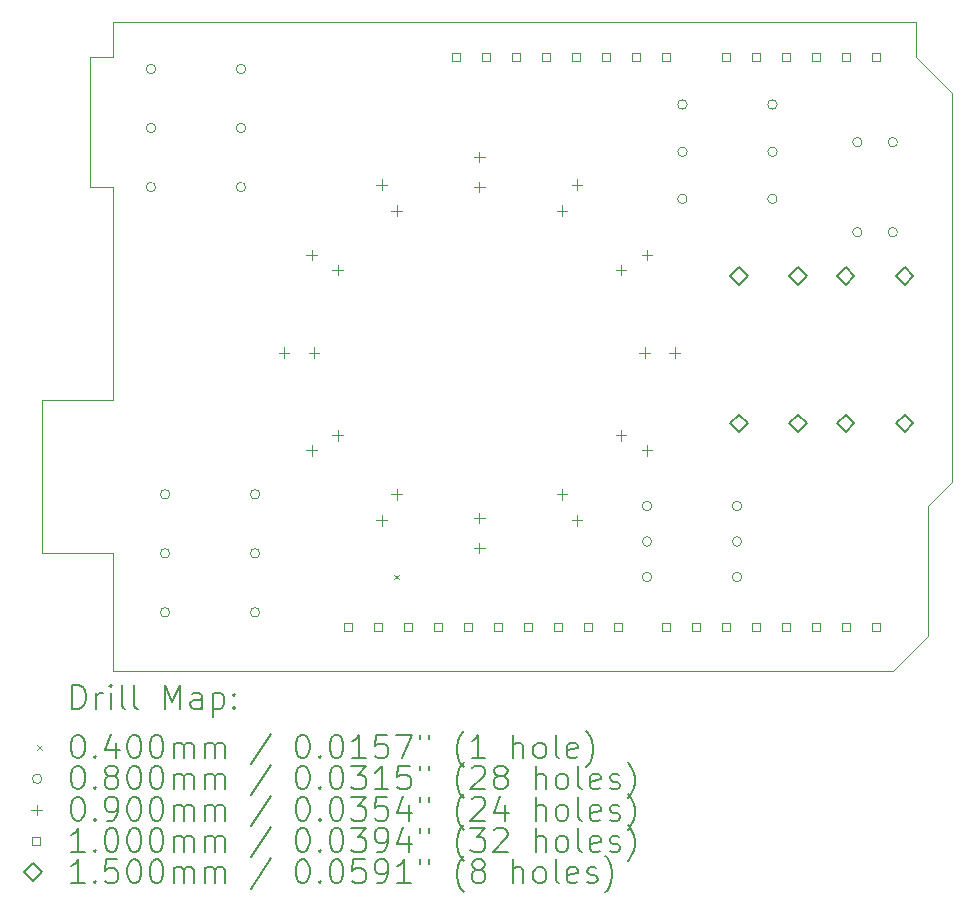
<source format=gbr>
%TF.GenerationSoftware,KiCad,Pcbnew,(6.0.7)*%
%TF.CreationDate,2022-08-22T17:31:40+09:00*%
%TF.ProjectId,LED_Roulette_Shield,4c45445f-526f-4756-9c65-7474655f5368,rev?*%
%TF.SameCoordinates,Original*%
%TF.FileFunction,Drillmap*%
%TF.FilePolarity,Positive*%
%FSLAX45Y45*%
G04 Gerber Fmt 4.5, Leading zero omitted, Abs format (unit mm)*
G04 Created by KiCad (PCBNEW (6.0.7)) date 2022-08-22 17:31:40*
%MOMM*%
%LPD*%
G01*
G04 APERTURE LIST*
%ADD10C,0.100000*%
%ADD11C,0.200000*%
%ADD12C,0.040000*%
%ADD13C,0.080000*%
%ADD14C,0.090000*%
%ADD15C,0.150000*%
G04 APERTURE END LIST*
D10*
X18200000Y-6300000D02*
X18300000Y-6300000D01*
X11500000Y-10900000D02*
X11500000Y-10800000D01*
X11300000Y-6600000D02*
X11300000Y-7700000D01*
X11500000Y-9500000D02*
X11500000Y-7700000D01*
X11500000Y-11800000D02*
X11500000Y-10900000D01*
X18600000Y-10200000D02*
X18400000Y-10400000D01*
X11300000Y-7700000D02*
X11500000Y-7700000D01*
X18300000Y-6600000D02*
X18500000Y-6800000D01*
X11500000Y-6300000D02*
X18200000Y-6300000D01*
X18600000Y-6900000D02*
X18600000Y-10200000D01*
X11400000Y-6600000D02*
X11300000Y-6600000D01*
X11500000Y-6600000D02*
X11500000Y-6300000D01*
X18500000Y-6800000D02*
X18600000Y-6900000D01*
X18100000Y-11800000D02*
X11500000Y-11800000D01*
X18300000Y-6300000D02*
X18300000Y-6600000D01*
X10900000Y-9500000D02*
X11500000Y-9500000D01*
X11400000Y-6600000D02*
X11500000Y-6600000D01*
X18400000Y-11500000D02*
X18100000Y-11800000D01*
X18400000Y-10400000D02*
X18400000Y-11500000D01*
X11500000Y-10800000D02*
X10900000Y-10800000D01*
X10900000Y-10800000D02*
X10900000Y-9500000D01*
D11*
D12*
X13880000Y-10980000D02*
X13920000Y-11020000D01*
X13920000Y-10980000D02*
X13880000Y-11020000D01*
D13*
X11859000Y-6700000D02*
G75*
G03*
X11859000Y-6700000I-40000J0D01*
G01*
X11859000Y-7200000D02*
G75*
G03*
X11859000Y-7200000I-40000J0D01*
G01*
X11859000Y-7700000D02*
G75*
G03*
X11859000Y-7700000I-40000J0D01*
G01*
X11978000Y-10300000D02*
G75*
G03*
X11978000Y-10300000I-40000J0D01*
G01*
X11978000Y-10800000D02*
G75*
G03*
X11978000Y-10800000I-40000J0D01*
G01*
X11978000Y-11300000D02*
G75*
G03*
X11978000Y-11300000I-40000J0D01*
G01*
X12621000Y-6700000D02*
G75*
G03*
X12621000Y-6700000I-40000J0D01*
G01*
X12621000Y-7200000D02*
G75*
G03*
X12621000Y-7200000I-40000J0D01*
G01*
X12621000Y-7700000D02*
G75*
G03*
X12621000Y-7700000I-40000J0D01*
G01*
X12740000Y-10300000D02*
G75*
G03*
X12740000Y-10300000I-40000J0D01*
G01*
X12740000Y-10800000D02*
G75*
G03*
X12740000Y-10800000I-40000J0D01*
G01*
X12740000Y-11300000D02*
G75*
G03*
X12740000Y-11300000I-40000J0D01*
G01*
X16059000Y-10400000D02*
G75*
G03*
X16059000Y-10400000I-40000J0D01*
G01*
X16059000Y-10700000D02*
G75*
G03*
X16059000Y-10700000I-40000J0D01*
G01*
X16059000Y-11000000D02*
G75*
G03*
X16059000Y-11000000I-40000J0D01*
G01*
X16359000Y-7000000D02*
G75*
G03*
X16359000Y-7000000I-40000J0D01*
G01*
X16359000Y-7400000D02*
G75*
G03*
X16359000Y-7400000I-40000J0D01*
G01*
X16359000Y-7800000D02*
G75*
G03*
X16359000Y-7800000I-40000J0D01*
G01*
X16821000Y-10400000D02*
G75*
G03*
X16821000Y-10400000I-40000J0D01*
G01*
X16821000Y-10700000D02*
G75*
G03*
X16821000Y-10700000I-40000J0D01*
G01*
X16821000Y-11000000D02*
G75*
G03*
X16821000Y-11000000I-40000J0D01*
G01*
X17121000Y-7000000D02*
G75*
G03*
X17121000Y-7000000I-40000J0D01*
G01*
X17121000Y-7400000D02*
G75*
G03*
X17121000Y-7400000I-40000J0D01*
G01*
X17121000Y-7800000D02*
G75*
G03*
X17121000Y-7800000I-40000J0D01*
G01*
X17840000Y-7319000D02*
G75*
G03*
X17840000Y-7319000I-40000J0D01*
G01*
X17840000Y-8081000D02*
G75*
G03*
X17840000Y-8081000I-40000J0D01*
G01*
X18140000Y-7319000D02*
G75*
G03*
X18140000Y-7319000I-40000J0D01*
G01*
X18140000Y-8081000D02*
G75*
G03*
X18140000Y-8081000I-40000J0D01*
G01*
D14*
X12946000Y-9055000D02*
X12946000Y-9145000D01*
X12901000Y-9100000D02*
X12991000Y-9100000D01*
X13180029Y-8228000D02*
X13180029Y-8318000D01*
X13135029Y-8273000D02*
X13225029Y-8273000D01*
X13180029Y-9882000D02*
X13180029Y-9972000D01*
X13135029Y-9927000D02*
X13225029Y-9927000D01*
X13200000Y-9055000D02*
X13200000Y-9145000D01*
X13155000Y-9100000D02*
X13245000Y-9100000D01*
X13400000Y-8355000D02*
X13400000Y-8445000D01*
X13355000Y-8400000D02*
X13445000Y-8400000D01*
X13400000Y-9755000D02*
X13400000Y-9845000D01*
X13355000Y-9800000D02*
X13445000Y-9800000D01*
X13773000Y-7635029D02*
X13773000Y-7725029D01*
X13728000Y-7680029D02*
X13818000Y-7680029D01*
X13773000Y-10474971D02*
X13773000Y-10564971D01*
X13728000Y-10519971D02*
X13818000Y-10519971D01*
X13900000Y-7855000D02*
X13900000Y-7945000D01*
X13855000Y-7900000D02*
X13945000Y-7900000D01*
X13900000Y-10255000D02*
X13900000Y-10345000D01*
X13855000Y-10300000D02*
X13945000Y-10300000D01*
X14600000Y-7401000D02*
X14600000Y-7491000D01*
X14555000Y-7446000D02*
X14645000Y-7446000D01*
X14600000Y-7655000D02*
X14600000Y-7745000D01*
X14555000Y-7700000D02*
X14645000Y-7700000D01*
X14600000Y-10455000D02*
X14600000Y-10545000D01*
X14555000Y-10500000D02*
X14645000Y-10500000D01*
X14600000Y-10709000D02*
X14600000Y-10799000D01*
X14555000Y-10754000D02*
X14645000Y-10754000D01*
X15300000Y-7855000D02*
X15300000Y-7945000D01*
X15255000Y-7900000D02*
X15345000Y-7900000D01*
X15300000Y-10255000D02*
X15300000Y-10345000D01*
X15255000Y-10300000D02*
X15345000Y-10300000D01*
X15427000Y-7635029D02*
X15427000Y-7725029D01*
X15382000Y-7680029D02*
X15472000Y-7680029D01*
X15427000Y-10474971D02*
X15427000Y-10564971D01*
X15382000Y-10519971D02*
X15472000Y-10519971D01*
X15800000Y-8355000D02*
X15800000Y-8445000D01*
X15755000Y-8400000D02*
X15845000Y-8400000D01*
X15800000Y-9755000D02*
X15800000Y-9845000D01*
X15755000Y-9800000D02*
X15845000Y-9800000D01*
X16000000Y-9055000D02*
X16000000Y-9145000D01*
X15955000Y-9100000D02*
X16045000Y-9100000D01*
X16019970Y-8228000D02*
X16019970Y-8318000D01*
X15974970Y-8273000D02*
X16064970Y-8273000D01*
X16019970Y-9882000D02*
X16019970Y-9972000D01*
X15974970Y-9927000D02*
X16064970Y-9927000D01*
X16254000Y-9055000D02*
X16254000Y-9145000D01*
X16209000Y-9100000D02*
X16299000Y-9100000D01*
D10*
X13521356Y-11461356D02*
X13521356Y-11390644D01*
X13450644Y-11390644D01*
X13450644Y-11461356D01*
X13521356Y-11461356D01*
X13775356Y-11461356D02*
X13775356Y-11390644D01*
X13704644Y-11390644D01*
X13704644Y-11461356D01*
X13775356Y-11461356D01*
X14029356Y-11461356D02*
X14029356Y-11390644D01*
X13958644Y-11390644D01*
X13958644Y-11461356D01*
X14029356Y-11461356D01*
X14283356Y-11461356D02*
X14283356Y-11390644D01*
X14212644Y-11390644D01*
X14212644Y-11461356D01*
X14283356Y-11461356D01*
X14435356Y-6635356D02*
X14435356Y-6564644D01*
X14364644Y-6564644D01*
X14364644Y-6635356D01*
X14435356Y-6635356D01*
X14537356Y-11461356D02*
X14537356Y-11390644D01*
X14466644Y-11390644D01*
X14466644Y-11461356D01*
X14537356Y-11461356D01*
X14689356Y-6635356D02*
X14689356Y-6564644D01*
X14618644Y-6564644D01*
X14618644Y-6635356D01*
X14689356Y-6635356D01*
X14791356Y-11461356D02*
X14791356Y-11390644D01*
X14720644Y-11390644D01*
X14720644Y-11461356D01*
X14791356Y-11461356D01*
X14943356Y-6635356D02*
X14943356Y-6564644D01*
X14872644Y-6564644D01*
X14872644Y-6635356D01*
X14943356Y-6635356D01*
X15045356Y-11461356D02*
X15045356Y-11390644D01*
X14974644Y-11390644D01*
X14974644Y-11461356D01*
X15045356Y-11461356D01*
X15197356Y-6635356D02*
X15197356Y-6564644D01*
X15126644Y-6564644D01*
X15126644Y-6635356D01*
X15197356Y-6635356D01*
X15299356Y-11461356D02*
X15299356Y-11390644D01*
X15228644Y-11390644D01*
X15228644Y-11461356D01*
X15299356Y-11461356D01*
X15451356Y-6635356D02*
X15451356Y-6564644D01*
X15380644Y-6564644D01*
X15380644Y-6635356D01*
X15451356Y-6635356D01*
X15553356Y-11461356D02*
X15553356Y-11390644D01*
X15482644Y-11390644D01*
X15482644Y-11461356D01*
X15553356Y-11461356D01*
X15705356Y-6635356D02*
X15705356Y-6564644D01*
X15634644Y-6564644D01*
X15634644Y-6635356D01*
X15705356Y-6635356D01*
X15807356Y-11461356D02*
X15807356Y-11390644D01*
X15736644Y-11390644D01*
X15736644Y-11461356D01*
X15807356Y-11461356D01*
X15959356Y-6635356D02*
X15959356Y-6564644D01*
X15888644Y-6564644D01*
X15888644Y-6635356D01*
X15959356Y-6635356D01*
X16213356Y-6635356D02*
X16213356Y-6564644D01*
X16142644Y-6564644D01*
X16142644Y-6635356D01*
X16213356Y-6635356D01*
X16213356Y-11461356D02*
X16213356Y-11390644D01*
X16142644Y-11390644D01*
X16142644Y-11461356D01*
X16213356Y-11461356D01*
X16467356Y-11461356D02*
X16467356Y-11390644D01*
X16396644Y-11390644D01*
X16396644Y-11461356D01*
X16467356Y-11461356D01*
X16721356Y-6635356D02*
X16721356Y-6564644D01*
X16650644Y-6564644D01*
X16650644Y-6635356D01*
X16721356Y-6635356D01*
X16721356Y-11461356D02*
X16721356Y-11390644D01*
X16650644Y-11390644D01*
X16650644Y-11461356D01*
X16721356Y-11461356D01*
X16975356Y-6635356D02*
X16975356Y-6564644D01*
X16904644Y-6564644D01*
X16904644Y-6635356D01*
X16975356Y-6635356D01*
X16975356Y-11461356D02*
X16975356Y-11390644D01*
X16904644Y-11390644D01*
X16904644Y-11461356D01*
X16975356Y-11461356D01*
X17229356Y-6635356D02*
X17229356Y-6564644D01*
X17158644Y-6564644D01*
X17158644Y-6635356D01*
X17229356Y-6635356D01*
X17229356Y-11461356D02*
X17229356Y-11390644D01*
X17158644Y-11390644D01*
X17158644Y-11461356D01*
X17229356Y-11461356D01*
X17483356Y-6635356D02*
X17483356Y-6564644D01*
X17412644Y-6564644D01*
X17412644Y-6635356D01*
X17483356Y-6635356D01*
X17483356Y-11461356D02*
X17483356Y-11390644D01*
X17412644Y-11390644D01*
X17412644Y-11461356D01*
X17483356Y-11461356D01*
X17737356Y-6635356D02*
X17737356Y-6564644D01*
X17666644Y-6564644D01*
X17666644Y-6635356D01*
X17737356Y-6635356D01*
X17737356Y-11461356D02*
X17737356Y-11390644D01*
X17666644Y-11390644D01*
X17666644Y-11461356D01*
X17737356Y-11461356D01*
X17991356Y-6635356D02*
X17991356Y-6564644D01*
X17920644Y-6564644D01*
X17920644Y-6635356D01*
X17991356Y-6635356D01*
X17991356Y-11461356D02*
X17991356Y-11390644D01*
X17920644Y-11390644D01*
X17920644Y-11461356D01*
X17991356Y-11461356D01*
D15*
X16800000Y-8525000D02*
X16875000Y-8450000D01*
X16800000Y-8375000D01*
X16725000Y-8450000D01*
X16800000Y-8525000D01*
X16800000Y-9775000D02*
X16875000Y-9700000D01*
X16800000Y-9625000D01*
X16725000Y-9700000D01*
X16800000Y-9775000D01*
X17300000Y-8525000D02*
X17375000Y-8450000D01*
X17300000Y-8375000D01*
X17225000Y-8450000D01*
X17300000Y-8525000D01*
X17300000Y-9775000D02*
X17375000Y-9700000D01*
X17300000Y-9625000D01*
X17225000Y-9700000D01*
X17300000Y-9775000D01*
X17700000Y-8525000D02*
X17775000Y-8450000D01*
X17700000Y-8375000D01*
X17625000Y-8450000D01*
X17700000Y-8525000D01*
X17700000Y-9775000D02*
X17775000Y-9700000D01*
X17700000Y-9625000D01*
X17625000Y-9700000D01*
X17700000Y-9775000D01*
X18200000Y-8525000D02*
X18275000Y-8450000D01*
X18200000Y-8375000D01*
X18125000Y-8450000D01*
X18200000Y-8525000D01*
X18200000Y-9775000D02*
X18275000Y-9700000D01*
X18200000Y-9625000D01*
X18125000Y-9700000D01*
X18200000Y-9775000D01*
D11*
X11152619Y-12115476D02*
X11152619Y-11915476D01*
X11200238Y-11915476D01*
X11228809Y-11925000D01*
X11247857Y-11944048D01*
X11257381Y-11963095D01*
X11266905Y-12001190D01*
X11266905Y-12029762D01*
X11257381Y-12067857D01*
X11247857Y-12086905D01*
X11228809Y-12105952D01*
X11200238Y-12115476D01*
X11152619Y-12115476D01*
X11352619Y-12115476D02*
X11352619Y-11982143D01*
X11352619Y-12020238D02*
X11362143Y-12001190D01*
X11371667Y-11991667D01*
X11390714Y-11982143D01*
X11409762Y-11982143D01*
X11476428Y-12115476D02*
X11476428Y-11982143D01*
X11476428Y-11915476D02*
X11466905Y-11925000D01*
X11476428Y-11934524D01*
X11485952Y-11925000D01*
X11476428Y-11915476D01*
X11476428Y-11934524D01*
X11600238Y-12115476D02*
X11581190Y-12105952D01*
X11571667Y-12086905D01*
X11571667Y-11915476D01*
X11705000Y-12115476D02*
X11685952Y-12105952D01*
X11676428Y-12086905D01*
X11676428Y-11915476D01*
X11933571Y-12115476D02*
X11933571Y-11915476D01*
X12000238Y-12058333D01*
X12066905Y-11915476D01*
X12066905Y-12115476D01*
X12247857Y-12115476D02*
X12247857Y-12010714D01*
X12238333Y-11991667D01*
X12219286Y-11982143D01*
X12181190Y-11982143D01*
X12162143Y-11991667D01*
X12247857Y-12105952D02*
X12228809Y-12115476D01*
X12181190Y-12115476D01*
X12162143Y-12105952D01*
X12152619Y-12086905D01*
X12152619Y-12067857D01*
X12162143Y-12048809D01*
X12181190Y-12039286D01*
X12228809Y-12039286D01*
X12247857Y-12029762D01*
X12343095Y-11982143D02*
X12343095Y-12182143D01*
X12343095Y-11991667D02*
X12362143Y-11982143D01*
X12400238Y-11982143D01*
X12419286Y-11991667D01*
X12428809Y-12001190D01*
X12438333Y-12020238D01*
X12438333Y-12077381D01*
X12428809Y-12096428D01*
X12419286Y-12105952D01*
X12400238Y-12115476D01*
X12362143Y-12115476D01*
X12343095Y-12105952D01*
X12524048Y-12096428D02*
X12533571Y-12105952D01*
X12524048Y-12115476D01*
X12514524Y-12105952D01*
X12524048Y-12096428D01*
X12524048Y-12115476D01*
X12524048Y-11991667D02*
X12533571Y-12001190D01*
X12524048Y-12010714D01*
X12514524Y-12001190D01*
X12524048Y-11991667D01*
X12524048Y-12010714D01*
D12*
X10855000Y-12425000D02*
X10895000Y-12465000D01*
X10895000Y-12425000D02*
X10855000Y-12465000D01*
D11*
X11190714Y-12335476D02*
X11209762Y-12335476D01*
X11228809Y-12345000D01*
X11238333Y-12354524D01*
X11247857Y-12373571D01*
X11257381Y-12411667D01*
X11257381Y-12459286D01*
X11247857Y-12497381D01*
X11238333Y-12516428D01*
X11228809Y-12525952D01*
X11209762Y-12535476D01*
X11190714Y-12535476D01*
X11171667Y-12525952D01*
X11162143Y-12516428D01*
X11152619Y-12497381D01*
X11143095Y-12459286D01*
X11143095Y-12411667D01*
X11152619Y-12373571D01*
X11162143Y-12354524D01*
X11171667Y-12345000D01*
X11190714Y-12335476D01*
X11343095Y-12516428D02*
X11352619Y-12525952D01*
X11343095Y-12535476D01*
X11333571Y-12525952D01*
X11343095Y-12516428D01*
X11343095Y-12535476D01*
X11524048Y-12402143D02*
X11524048Y-12535476D01*
X11476428Y-12325952D02*
X11428809Y-12468809D01*
X11552619Y-12468809D01*
X11666905Y-12335476D02*
X11685952Y-12335476D01*
X11705000Y-12345000D01*
X11714524Y-12354524D01*
X11724048Y-12373571D01*
X11733571Y-12411667D01*
X11733571Y-12459286D01*
X11724048Y-12497381D01*
X11714524Y-12516428D01*
X11705000Y-12525952D01*
X11685952Y-12535476D01*
X11666905Y-12535476D01*
X11647857Y-12525952D01*
X11638333Y-12516428D01*
X11628809Y-12497381D01*
X11619286Y-12459286D01*
X11619286Y-12411667D01*
X11628809Y-12373571D01*
X11638333Y-12354524D01*
X11647857Y-12345000D01*
X11666905Y-12335476D01*
X11857381Y-12335476D02*
X11876428Y-12335476D01*
X11895476Y-12345000D01*
X11905000Y-12354524D01*
X11914524Y-12373571D01*
X11924048Y-12411667D01*
X11924048Y-12459286D01*
X11914524Y-12497381D01*
X11905000Y-12516428D01*
X11895476Y-12525952D01*
X11876428Y-12535476D01*
X11857381Y-12535476D01*
X11838333Y-12525952D01*
X11828809Y-12516428D01*
X11819286Y-12497381D01*
X11809762Y-12459286D01*
X11809762Y-12411667D01*
X11819286Y-12373571D01*
X11828809Y-12354524D01*
X11838333Y-12345000D01*
X11857381Y-12335476D01*
X12009762Y-12535476D02*
X12009762Y-12402143D01*
X12009762Y-12421190D02*
X12019286Y-12411667D01*
X12038333Y-12402143D01*
X12066905Y-12402143D01*
X12085952Y-12411667D01*
X12095476Y-12430714D01*
X12095476Y-12535476D01*
X12095476Y-12430714D02*
X12105000Y-12411667D01*
X12124048Y-12402143D01*
X12152619Y-12402143D01*
X12171667Y-12411667D01*
X12181190Y-12430714D01*
X12181190Y-12535476D01*
X12276428Y-12535476D02*
X12276428Y-12402143D01*
X12276428Y-12421190D02*
X12285952Y-12411667D01*
X12305000Y-12402143D01*
X12333571Y-12402143D01*
X12352619Y-12411667D01*
X12362143Y-12430714D01*
X12362143Y-12535476D01*
X12362143Y-12430714D02*
X12371667Y-12411667D01*
X12390714Y-12402143D01*
X12419286Y-12402143D01*
X12438333Y-12411667D01*
X12447857Y-12430714D01*
X12447857Y-12535476D01*
X12838333Y-12325952D02*
X12666905Y-12583095D01*
X13095476Y-12335476D02*
X13114524Y-12335476D01*
X13133571Y-12345000D01*
X13143095Y-12354524D01*
X13152619Y-12373571D01*
X13162143Y-12411667D01*
X13162143Y-12459286D01*
X13152619Y-12497381D01*
X13143095Y-12516428D01*
X13133571Y-12525952D01*
X13114524Y-12535476D01*
X13095476Y-12535476D01*
X13076428Y-12525952D01*
X13066905Y-12516428D01*
X13057381Y-12497381D01*
X13047857Y-12459286D01*
X13047857Y-12411667D01*
X13057381Y-12373571D01*
X13066905Y-12354524D01*
X13076428Y-12345000D01*
X13095476Y-12335476D01*
X13247857Y-12516428D02*
X13257381Y-12525952D01*
X13247857Y-12535476D01*
X13238333Y-12525952D01*
X13247857Y-12516428D01*
X13247857Y-12535476D01*
X13381190Y-12335476D02*
X13400238Y-12335476D01*
X13419286Y-12345000D01*
X13428809Y-12354524D01*
X13438333Y-12373571D01*
X13447857Y-12411667D01*
X13447857Y-12459286D01*
X13438333Y-12497381D01*
X13428809Y-12516428D01*
X13419286Y-12525952D01*
X13400238Y-12535476D01*
X13381190Y-12535476D01*
X13362143Y-12525952D01*
X13352619Y-12516428D01*
X13343095Y-12497381D01*
X13333571Y-12459286D01*
X13333571Y-12411667D01*
X13343095Y-12373571D01*
X13352619Y-12354524D01*
X13362143Y-12345000D01*
X13381190Y-12335476D01*
X13638333Y-12535476D02*
X13524048Y-12535476D01*
X13581190Y-12535476D02*
X13581190Y-12335476D01*
X13562143Y-12364048D01*
X13543095Y-12383095D01*
X13524048Y-12392619D01*
X13819286Y-12335476D02*
X13724048Y-12335476D01*
X13714524Y-12430714D01*
X13724048Y-12421190D01*
X13743095Y-12411667D01*
X13790714Y-12411667D01*
X13809762Y-12421190D01*
X13819286Y-12430714D01*
X13828809Y-12449762D01*
X13828809Y-12497381D01*
X13819286Y-12516428D01*
X13809762Y-12525952D01*
X13790714Y-12535476D01*
X13743095Y-12535476D01*
X13724048Y-12525952D01*
X13714524Y-12516428D01*
X13895476Y-12335476D02*
X14028809Y-12335476D01*
X13943095Y-12535476D01*
X14095476Y-12335476D02*
X14095476Y-12373571D01*
X14171667Y-12335476D02*
X14171667Y-12373571D01*
X14466905Y-12611667D02*
X14457381Y-12602143D01*
X14438333Y-12573571D01*
X14428809Y-12554524D01*
X14419286Y-12525952D01*
X14409762Y-12478333D01*
X14409762Y-12440238D01*
X14419286Y-12392619D01*
X14428809Y-12364048D01*
X14438333Y-12345000D01*
X14457381Y-12316428D01*
X14466905Y-12306905D01*
X14647857Y-12535476D02*
X14533571Y-12535476D01*
X14590714Y-12535476D02*
X14590714Y-12335476D01*
X14571667Y-12364048D01*
X14552619Y-12383095D01*
X14533571Y-12392619D01*
X14885952Y-12535476D02*
X14885952Y-12335476D01*
X14971667Y-12535476D02*
X14971667Y-12430714D01*
X14962143Y-12411667D01*
X14943095Y-12402143D01*
X14914524Y-12402143D01*
X14895476Y-12411667D01*
X14885952Y-12421190D01*
X15095476Y-12535476D02*
X15076428Y-12525952D01*
X15066905Y-12516428D01*
X15057381Y-12497381D01*
X15057381Y-12440238D01*
X15066905Y-12421190D01*
X15076428Y-12411667D01*
X15095476Y-12402143D01*
X15124048Y-12402143D01*
X15143095Y-12411667D01*
X15152619Y-12421190D01*
X15162143Y-12440238D01*
X15162143Y-12497381D01*
X15152619Y-12516428D01*
X15143095Y-12525952D01*
X15124048Y-12535476D01*
X15095476Y-12535476D01*
X15276428Y-12535476D02*
X15257381Y-12525952D01*
X15247857Y-12506905D01*
X15247857Y-12335476D01*
X15428809Y-12525952D02*
X15409762Y-12535476D01*
X15371667Y-12535476D01*
X15352619Y-12525952D01*
X15343095Y-12506905D01*
X15343095Y-12430714D01*
X15352619Y-12411667D01*
X15371667Y-12402143D01*
X15409762Y-12402143D01*
X15428809Y-12411667D01*
X15438333Y-12430714D01*
X15438333Y-12449762D01*
X15343095Y-12468809D01*
X15505000Y-12611667D02*
X15514524Y-12602143D01*
X15533571Y-12573571D01*
X15543095Y-12554524D01*
X15552619Y-12525952D01*
X15562143Y-12478333D01*
X15562143Y-12440238D01*
X15552619Y-12392619D01*
X15543095Y-12364048D01*
X15533571Y-12345000D01*
X15514524Y-12316428D01*
X15505000Y-12306905D01*
D13*
X10895000Y-12709000D02*
G75*
G03*
X10895000Y-12709000I-40000J0D01*
G01*
D11*
X11190714Y-12599476D02*
X11209762Y-12599476D01*
X11228809Y-12609000D01*
X11238333Y-12618524D01*
X11247857Y-12637571D01*
X11257381Y-12675667D01*
X11257381Y-12723286D01*
X11247857Y-12761381D01*
X11238333Y-12780428D01*
X11228809Y-12789952D01*
X11209762Y-12799476D01*
X11190714Y-12799476D01*
X11171667Y-12789952D01*
X11162143Y-12780428D01*
X11152619Y-12761381D01*
X11143095Y-12723286D01*
X11143095Y-12675667D01*
X11152619Y-12637571D01*
X11162143Y-12618524D01*
X11171667Y-12609000D01*
X11190714Y-12599476D01*
X11343095Y-12780428D02*
X11352619Y-12789952D01*
X11343095Y-12799476D01*
X11333571Y-12789952D01*
X11343095Y-12780428D01*
X11343095Y-12799476D01*
X11466905Y-12685190D02*
X11447857Y-12675667D01*
X11438333Y-12666143D01*
X11428809Y-12647095D01*
X11428809Y-12637571D01*
X11438333Y-12618524D01*
X11447857Y-12609000D01*
X11466905Y-12599476D01*
X11505000Y-12599476D01*
X11524048Y-12609000D01*
X11533571Y-12618524D01*
X11543095Y-12637571D01*
X11543095Y-12647095D01*
X11533571Y-12666143D01*
X11524048Y-12675667D01*
X11505000Y-12685190D01*
X11466905Y-12685190D01*
X11447857Y-12694714D01*
X11438333Y-12704238D01*
X11428809Y-12723286D01*
X11428809Y-12761381D01*
X11438333Y-12780428D01*
X11447857Y-12789952D01*
X11466905Y-12799476D01*
X11505000Y-12799476D01*
X11524048Y-12789952D01*
X11533571Y-12780428D01*
X11543095Y-12761381D01*
X11543095Y-12723286D01*
X11533571Y-12704238D01*
X11524048Y-12694714D01*
X11505000Y-12685190D01*
X11666905Y-12599476D02*
X11685952Y-12599476D01*
X11705000Y-12609000D01*
X11714524Y-12618524D01*
X11724048Y-12637571D01*
X11733571Y-12675667D01*
X11733571Y-12723286D01*
X11724048Y-12761381D01*
X11714524Y-12780428D01*
X11705000Y-12789952D01*
X11685952Y-12799476D01*
X11666905Y-12799476D01*
X11647857Y-12789952D01*
X11638333Y-12780428D01*
X11628809Y-12761381D01*
X11619286Y-12723286D01*
X11619286Y-12675667D01*
X11628809Y-12637571D01*
X11638333Y-12618524D01*
X11647857Y-12609000D01*
X11666905Y-12599476D01*
X11857381Y-12599476D02*
X11876428Y-12599476D01*
X11895476Y-12609000D01*
X11905000Y-12618524D01*
X11914524Y-12637571D01*
X11924048Y-12675667D01*
X11924048Y-12723286D01*
X11914524Y-12761381D01*
X11905000Y-12780428D01*
X11895476Y-12789952D01*
X11876428Y-12799476D01*
X11857381Y-12799476D01*
X11838333Y-12789952D01*
X11828809Y-12780428D01*
X11819286Y-12761381D01*
X11809762Y-12723286D01*
X11809762Y-12675667D01*
X11819286Y-12637571D01*
X11828809Y-12618524D01*
X11838333Y-12609000D01*
X11857381Y-12599476D01*
X12009762Y-12799476D02*
X12009762Y-12666143D01*
X12009762Y-12685190D02*
X12019286Y-12675667D01*
X12038333Y-12666143D01*
X12066905Y-12666143D01*
X12085952Y-12675667D01*
X12095476Y-12694714D01*
X12095476Y-12799476D01*
X12095476Y-12694714D02*
X12105000Y-12675667D01*
X12124048Y-12666143D01*
X12152619Y-12666143D01*
X12171667Y-12675667D01*
X12181190Y-12694714D01*
X12181190Y-12799476D01*
X12276428Y-12799476D02*
X12276428Y-12666143D01*
X12276428Y-12685190D02*
X12285952Y-12675667D01*
X12305000Y-12666143D01*
X12333571Y-12666143D01*
X12352619Y-12675667D01*
X12362143Y-12694714D01*
X12362143Y-12799476D01*
X12362143Y-12694714D02*
X12371667Y-12675667D01*
X12390714Y-12666143D01*
X12419286Y-12666143D01*
X12438333Y-12675667D01*
X12447857Y-12694714D01*
X12447857Y-12799476D01*
X12838333Y-12589952D02*
X12666905Y-12847095D01*
X13095476Y-12599476D02*
X13114524Y-12599476D01*
X13133571Y-12609000D01*
X13143095Y-12618524D01*
X13152619Y-12637571D01*
X13162143Y-12675667D01*
X13162143Y-12723286D01*
X13152619Y-12761381D01*
X13143095Y-12780428D01*
X13133571Y-12789952D01*
X13114524Y-12799476D01*
X13095476Y-12799476D01*
X13076428Y-12789952D01*
X13066905Y-12780428D01*
X13057381Y-12761381D01*
X13047857Y-12723286D01*
X13047857Y-12675667D01*
X13057381Y-12637571D01*
X13066905Y-12618524D01*
X13076428Y-12609000D01*
X13095476Y-12599476D01*
X13247857Y-12780428D02*
X13257381Y-12789952D01*
X13247857Y-12799476D01*
X13238333Y-12789952D01*
X13247857Y-12780428D01*
X13247857Y-12799476D01*
X13381190Y-12599476D02*
X13400238Y-12599476D01*
X13419286Y-12609000D01*
X13428809Y-12618524D01*
X13438333Y-12637571D01*
X13447857Y-12675667D01*
X13447857Y-12723286D01*
X13438333Y-12761381D01*
X13428809Y-12780428D01*
X13419286Y-12789952D01*
X13400238Y-12799476D01*
X13381190Y-12799476D01*
X13362143Y-12789952D01*
X13352619Y-12780428D01*
X13343095Y-12761381D01*
X13333571Y-12723286D01*
X13333571Y-12675667D01*
X13343095Y-12637571D01*
X13352619Y-12618524D01*
X13362143Y-12609000D01*
X13381190Y-12599476D01*
X13514524Y-12599476D02*
X13638333Y-12599476D01*
X13571667Y-12675667D01*
X13600238Y-12675667D01*
X13619286Y-12685190D01*
X13628809Y-12694714D01*
X13638333Y-12713762D01*
X13638333Y-12761381D01*
X13628809Y-12780428D01*
X13619286Y-12789952D01*
X13600238Y-12799476D01*
X13543095Y-12799476D01*
X13524048Y-12789952D01*
X13514524Y-12780428D01*
X13828809Y-12799476D02*
X13714524Y-12799476D01*
X13771667Y-12799476D02*
X13771667Y-12599476D01*
X13752619Y-12628048D01*
X13733571Y-12647095D01*
X13714524Y-12656619D01*
X14009762Y-12599476D02*
X13914524Y-12599476D01*
X13905000Y-12694714D01*
X13914524Y-12685190D01*
X13933571Y-12675667D01*
X13981190Y-12675667D01*
X14000238Y-12685190D01*
X14009762Y-12694714D01*
X14019286Y-12713762D01*
X14019286Y-12761381D01*
X14009762Y-12780428D01*
X14000238Y-12789952D01*
X13981190Y-12799476D01*
X13933571Y-12799476D01*
X13914524Y-12789952D01*
X13905000Y-12780428D01*
X14095476Y-12599476D02*
X14095476Y-12637571D01*
X14171667Y-12599476D02*
X14171667Y-12637571D01*
X14466905Y-12875667D02*
X14457381Y-12866143D01*
X14438333Y-12837571D01*
X14428809Y-12818524D01*
X14419286Y-12789952D01*
X14409762Y-12742333D01*
X14409762Y-12704238D01*
X14419286Y-12656619D01*
X14428809Y-12628048D01*
X14438333Y-12609000D01*
X14457381Y-12580428D01*
X14466905Y-12570905D01*
X14533571Y-12618524D02*
X14543095Y-12609000D01*
X14562143Y-12599476D01*
X14609762Y-12599476D01*
X14628809Y-12609000D01*
X14638333Y-12618524D01*
X14647857Y-12637571D01*
X14647857Y-12656619D01*
X14638333Y-12685190D01*
X14524048Y-12799476D01*
X14647857Y-12799476D01*
X14762143Y-12685190D02*
X14743095Y-12675667D01*
X14733571Y-12666143D01*
X14724048Y-12647095D01*
X14724048Y-12637571D01*
X14733571Y-12618524D01*
X14743095Y-12609000D01*
X14762143Y-12599476D01*
X14800238Y-12599476D01*
X14819286Y-12609000D01*
X14828809Y-12618524D01*
X14838333Y-12637571D01*
X14838333Y-12647095D01*
X14828809Y-12666143D01*
X14819286Y-12675667D01*
X14800238Y-12685190D01*
X14762143Y-12685190D01*
X14743095Y-12694714D01*
X14733571Y-12704238D01*
X14724048Y-12723286D01*
X14724048Y-12761381D01*
X14733571Y-12780428D01*
X14743095Y-12789952D01*
X14762143Y-12799476D01*
X14800238Y-12799476D01*
X14819286Y-12789952D01*
X14828809Y-12780428D01*
X14838333Y-12761381D01*
X14838333Y-12723286D01*
X14828809Y-12704238D01*
X14819286Y-12694714D01*
X14800238Y-12685190D01*
X15076428Y-12799476D02*
X15076428Y-12599476D01*
X15162143Y-12799476D02*
X15162143Y-12694714D01*
X15152619Y-12675667D01*
X15133571Y-12666143D01*
X15105000Y-12666143D01*
X15085952Y-12675667D01*
X15076428Y-12685190D01*
X15285952Y-12799476D02*
X15266905Y-12789952D01*
X15257381Y-12780428D01*
X15247857Y-12761381D01*
X15247857Y-12704238D01*
X15257381Y-12685190D01*
X15266905Y-12675667D01*
X15285952Y-12666143D01*
X15314524Y-12666143D01*
X15333571Y-12675667D01*
X15343095Y-12685190D01*
X15352619Y-12704238D01*
X15352619Y-12761381D01*
X15343095Y-12780428D01*
X15333571Y-12789952D01*
X15314524Y-12799476D01*
X15285952Y-12799476D01*
X15466905Y-12799476D02*
X15447857Y-12789952D01*
X15438333Y-12770905D01*
X15438333Y-12599476D01*
X15619286Y-12789952D02*
X15600238Y-12799476D01*
X15562143Y-12799476D01*
X15543095Y-12789952D01*
X15533571Y-12770905D01*
X15533571Y-12694714D01*
X15543095Y-12675667D01*
X15562143Y-12666143D01*
X15600238Y-12666143D01*
X15619286Y-12675667D01*
X15628809Y-12694714D01*
X15628809Y-12713762D01*
X15533571Y-12732809D01*
X15705000Y-12789952D02*
X15724048Y-12799476D01*
X15762143Y-12799476D01*
X15781190Y-12789952D01*
X15790714Y-12770905D01*
X15790714Y-12761381D01*
X15781190Y-12742333D01*
X15762143Y-12732809D01*
X15733571Y-12732809D01*
X15714524Y-12723286D01*
X15705000Y-12704238D01*
X15705000Y-12694714D01*
X15714524Y-12675667D01*
X15733571Y-12666143D01*
X15762143Y-12666143D01*
X15781190Y-12675667D01*
X15857381Y-12875667D02*
X15866905Y-12866143D01*
X15885952Y-12837571D01*
X15895476Y-12818524D01*
X15905000Y-12789952D01*
X15914524Y-12742333D01*
X15914524Y-12704238D01*
X15905000Y-12656619D01*
X15895476Y-12628048D01*
X15885952Y-12609000D01*
X15866905Y-12580428D01*
X15857381Y-12570905D01*
D14*
X10850000Y-12928000D02*
X10850000Y-13018000D01*
X10805000Y-12973000D02*
X10895000Y-12973000D01*
D11*
X11190714Y-12863476D02*
X11209762Y-12863476D01*
X11228809Y-12873000D01*
X11238333Y-12882524D01*
X11247857Y-12901571D01*
X11257381Y-12939667D01*
X11257381Y-12987286D01*
X11247857Y-13025381D01*
X11238333Y-13044428D01*
X11228809Y-13053952D01*
X11209762Y-13063476D01*
X11190714Y-13063476D01*
X11171667Y-13053952D01*
X11162143Y-13044428D01*
X11152619Y-13025381D01*
X11143095Y-12987286D01*
X11143095Y-12939667D01*
X11152619Y-12901571D01*
X11162143Y-12882524D01*
X11171667Y-12873000D01*
X11190714Y-12863476D01*
X11343095Y-13044428D02*
X11352619Y-13053952D01*
X11343095Y-13063476D01*
X11333571Y-13053952D01*
X11343095Y-13044428D01*
X11343095Y-13063476D01*
X11447857Y-13063476D02*
X11485952Y-13063476D01*
X11505000Y-13053952D01*
X11514524Y-13044428D01*
X11533571Y-13015857D01*
X11543095Y-12977762D01*
X11543095Y-12901571D01*
X11533571Y-12882524D01*
X11524048Y-12873000D01*
X11505000Y-12863476D01*
X11466905Y-12863476D01*
X11447857Y-12873000D01*
X11438333Y-12882524D01*
X11428809Y-12901571D01*
X11428809Y-12949190D01*
X11438333Y-12968238D01*
X11447857Y-12977762D01*
X11466905Y-12987286D01*
X11505000Y-12987286D01*
X11524048Y-12977762D01*
X11533571Y-12968238D01*
X11543095Y-12949190D01*
X11666905Y-12863476D02*
X11685952Y-12863476D01*
X11705000Y-12873000D01*
X11714524Y-12882524D01*
X11724048Y-12901571D01*
X11733571Y-12939667D01*
X11733571Y-12987286D01*
X11724048Y-13025381D01*
X11714524Y-13044428D01*
X11705000Y-13053952D01*
X11685952Y-13063476D01*
X11666905Y-13063476D01*
X11647857Y-13053952D01*
X11638333Y-13044428D01*
X11628809Y-13025381D01*
X11619286Y-12987286D01*
X11619286Y-12939667D01*
X11628809Y-12901571D01*
X11638333Y-12882524D01*
X11647857Y-12873000D01*
X11666905Y-12863476D01*
X11857381Y-12863476D02*
X11876428Y-12863476D01*
X11895476Y-12873000D01*
X11905000Y-12882524D01*
X11914524Y-12901571D01*
X11924048Y-12939667D01*
X11924048Y-12987286D01*
X11914524Y-13025381D01*
X11905000Y-13044428D01*
X11895476Y-13053952D01*
X11876428Y-13063476D01*
X11857381Y-13063476D01*
X11838333Y-13053952D01*
X11828809Y-13044428D01*
X11819286Y-13025381D01*
X11809762Y-12987286D01*
X11809762Y-12939667D01*
X11819286Y-12901571D01*
X11828809Y-12882524D01*
X11838333Y-12873000D01*
X11857381Y-12863476D01*
X12009762Y-13063476D02*
X12009762Y-12930143D01*
X12009762Y-12949190D02*
X12019286Y-12939667D01*
X12038333Y-12930143D01*
X12066905Y-12930143D01*
X12085952Y-12939667D01*
X12095476Y-12958714D01*
X12095476Y-13063476D01*
X12095476Y-12958714D02*
X12105000Y-12939667D01*
X12124048Y-12930143D01*
X12152619Y-12930143D01*
X12171667Y-12939667D01*
X12181190Y-12958714D01*
X12181190Y-13063476D01*
X12276428Y-13063476D02*
X12276428Y-12930143D01*
X12276428Y-12949190D02*
X12285952Y-12939667D01*
X12305000Y-12930143D01*
X12333571Y-12930143D01*
X12352619Y-12939667D01*
X12362143Y-12958714D01*
X12362143Y-13063476D01*
X12362143Y-12958714D02*
X12371667Y-12939667D01*
X12390714Y-12930143D01*
X12419286Y-12930143D01*
X12438333Y-12939667D01*
X12447857Y-12958714D01*
X12447857Y-13063476D01*
X12838333Y-12853952D02*
X12666905Y-13111095D01*
X13095476Y-12863476D02*
X13114524Y-12863476D01*
X13133571Y-12873000D01*
X13143095Y-12882524D01*
X13152619Y-12901571D01*
X13162143Y-12939667D01*
X13162143Y-12987286D01*
X13152619Y-13025381D01*
X13143095Y-13044428D01*
X13133571Y-13053952D01*
X13114524Y-13063476D01*
X13095476Y-13063476D01*
X13076428Y-13053952D01*
X13066905Y-13044428D01*
X13057381Y-13025381D01*
X13047857Y-12987286D01*
X13047857Y-12939667D01*
X13057381Y-12901571D01*
X13066905Y-12882524D01*
X13076428Y-12873000D01*
X13095476Y-12863476D01*
X13247857Y-13044428D02*
X13257381Y-13053952D01*
X13247857Y-13063476D01*
X13238333Y-13053952D01*
X13247857Y-13044428D01*
X13247857Y-13063476D01*
X13381190Y-12863476D02*
X13400238Y-12863476D01*
X13419286Y-12873000D01*
X13428809Y-12882524D01*
X13438333Y-12901571D01*
X13447857Y-12939667D01*
X13447857Y-12987286D01*
X13438333Y-13025381D01*
X13428809Y-13044428D01*
X13419286Y-13053952D01*
X13400238Y-13063476D01*
X13381190Y-13063476D01*
X13362143Y-13053952D01*
X13352619Y-13044428D01*
X13343095Y-13025381D01*
X13333571Y-12987286D01*
X13333571Y-12939667D01*
X13343095Y-12901571D01*
X13352619Y-12882524D01*
X13362143Y-12873000D01*
X13381190Y-12863476D01*
X13514524Y-12863476D02*
X13638333Y-12863476D01*
X13571667Y-12939667D01*
X13600238Y-12939667D01*
X13619286Y-12949190D01*
X13628809Y-12958714D01*
X13638333Y-12977762D01*
X13638333Y-13025381D01*
X13628809Y-13044428D01*
X13619286Y-13053952D01*
X13600238Y-13063476D01*
X13543095Y-13063476D01*
X13524048Y-13053952D01*
X13514524Y-13044428D01*
X13819286Y-12863476D02*
X13724048Y-12863476D01*
X13714524Y-12958714D01*
X13724048Y-12949190D01*
X13743095Y-12939667D01*
X13790714Y-12939667D01*
X13809762Y-12949190D01*
X13819286Y-12958714D01*
X13828809Y-12977762D01*
X13828809Y-13025381D01*
X13819286Y-13044428D01*
X13809762Y-13053952D01*
X13790714Y-13063476D01*
X13743095Y-13063476D01*
X13724048Y-13053952D01*
X13714524Y-13044428D01*
X14000238Y-12930143D02*
X14000238Y-13063476D01*
X13952619Y-12853952D02*
X13905000Y-12996809D01*
X14028809Y-12996809D01*
X14095476Y-12863476D02*
X14095476Y-12901571D01*
X14171667Y-12863476D02*
X14171667Y-12901571D01*
X14466905Y-13139667D02*
X14457381Y-13130143D01*
X14438333Y-13101571D01*
X14428809Y-13082524D01*
X14419286Y-13053952D01*
X14409762Y-13006333D01*
X14409762Y-12968238D01*
X14419286Y-12920619D01*
X14428809Y-12892048D01*
X14438333Y-12873000D01*
X14457381Y-12844428D01*
X14466905Y-12834905D01*
X14533571Y-12882524D02*
X14543095Y-12873000D01*
X14562143Y-12863476D01*
X14609762Y-12863476D01*
X14628809Y-12873000D01*
X14638333Y-12882524D01*
X14647857Y-12901571D01*
X14647857Y-12920619D01*
X14638333Y-12949190D01*
X14524048Y-13063476D01*
X14647857Y-13063476D01*
X14819286Y-12930143D02*
X14819286Y-13063476D01*
X14771667Y-12853952D02*
X14724048Y-12996809D01*
X14847857Y-12996809D01*
X15076428Y-13063476D02*
X15076428Y-12863476D01*
X15162143Y-13063476D02*
X15162143Y-12958714D01*
X15152619Y-12939667D01*
X15133571Y-12930143D01*
X15105000Y-12930143D01*
X15085952Y-12939667D01*
X15076428Y-12949190D01*
X15285952Y-13063476D02*
X15266905Y-13053952D01*
X15257381Y-13044428D01*
X15247857Y-13025381D01*
X15247857Y-12968238D01*
X15257381Y-12949190D01*
X15266905Y-12939667D01*
X15285952Y-12930143D01*
X15314524Y-12930143D01*
X15333571Y-12939667D01*
X15343095Y-12949190D01*
X15352619Y-12968238D01*
X15352619Y-13025381D01*
X15343095Y-13044428D01*
X15333571Y-13053952D01*
X15314524Y-13063476D01*
X15285952Y-13063476D01*
X15466905Y-13063476D02*
X15447857Y-13053952D01*
X15438333Y-13034905D01*
X15438333Y-12863476D01*
X15619286Y-13053952D02*
X15600238Y-13063476D01*
X15562143Y-13063476D01*
X15543095Y-13053952D01*
X15533571Y-13034905D01*
X15533571Y-12958714D01*
X15543095Y-12939667D01*
X15562143Y-12930143D01*
X15600238Y-12930143D01*
X15619286Y-12939667D01*
X15628809Y-12958714D01*
X15628809Y-12977762D01*
X15533571Y-12996809D01*
X15705000Y-13053952D02*
X15724048Y-13063476D01*
X15762143Y-13063476D01*
X15781190Y-13053952D01*
X15790714Y-13034905D01*
X15790714Y-13025381D01*
X15781190Y-13006333D01*
X15762143Y-12996809D01*
X15733571Y-12996809D01*
X15714524Y-12987286D01*
X15705000Y-12968238D01*
X15705000Y-12958714D01*
X15714524Y-12939667D01*
X15733571Y-12930143D01*
X15762143Y-12930143D01*
X15781190Y-12939667D01*
X15857381Y-13139667D02*
X15866905Y-13130143D01*
X15885952Y-13101571D01*
X15895476Y-13082524D01*
X15905000Y-13053952D01*
X15914524Y-13006333D01*
X15914524Y-12968238D01*
X15905000Y-12920619D01*
X15895476Y-12892048D01*
X15885952Y-12873000D01*
X15866905Y-12844428D01*
X15857381Y-12834905D01*
D10*
X10880356Y-13272356D02*
X10880356Y-13201644D01*
X10809644Y-13201644D01*
X10809644Y-13272356D01*
X10880356Y-13272356D01*
D11*
X11257381Y-13327476D02*
X11143095Y-13327476D01*
X11200238Y-13327476D02*
X11200238Y-13127476D01*
X11181190Y-13156048D01*
X11162143Y-13175095D01*
X11143095Y-13184619D01*
X11343095Y-13308428D02*
X11352619Y-13317952D01*
X11343095Y-13327476D01*
X11333571Y-13317952D01*
X11343095Y-13308428D01*
X11343095Y-13327476D01*
X11476428Y-13127476D02*
X11495476Y-13127476D01*
X11514524Y-13137000D01*
X11524048Y-13146524D01*
X11533571Y-13165571D01*
X11543095Y-13203667D01*
X11543095Y-13251286D01*
X11533571Y-13289381D01*
X11524048Y-13308428D01*
X11514524Y-13317952D01*
X11495476Y-13327476D01*
X11476428Y-13327476D01*
X11457381Y-13317952D01*
X11447857Y-13308428D01*
X11438333Y-13289381D01*
X11428809Y-13251286D01*
X11428809Y-13203667D01*
X11438333Y-13165571D01*
X11447857Y-13146524D01*
X11457381Y-13137000D01*
X11476428Y-13127476D01*
X11666905Y-13127476D02*
X11685952Y-13127476D01*
X11705000Y-13137000D01*
X11714524Y-13146524D01*
X11724048Y-13165571D01*
X11733571Y-13203667D01*
X11733571Y-13251286D01*
X11724048Y-13289381D01*
X11714524Y-13308428D01*
X11705000Y-13317952D01*
X11685952Y-13327476D01*
X11666905Y-13327476D01*
X11647857Y-13317952D01*
X11638333Y-13308428D01*
X11628809Y-13289381D01*
X11619286Y-13251286D01*
X11619286Y-13203667D01*
X11628809Y-13165571D01*
X11638333Y-13146524D01*
X11647857Y-13137000D01*
X11666905Y-13127476D01*
X11857381Y-13127476D02*
X11876428Y-13127476D01*
X11895476Y-13137000D01*
X11905000Y-13146524D01*
X11914524Y-13165571D01*
X11924048Y-13203667D01*
X11924048Y-13251286D01*
X11914524Y-13289381D01*
X11905000Y-13308428D01*
X11895476Y-13317952D01*
X11876428Y-13327476D01*
X11857381Y-13327476D01*
X11838333Y-13317952D01*
X11828809Y-13308428D01*
X11819286Y-13289381D01*
X11809762Y-13251286D01*
X11809762Y-13203667D01*
X11819286Y-13165571D01*
X11828809Y-13146524D01*
X11838333Y-13137000D01*
X11857381Y-13127476D01*
X12009762Y-13327476D02*
X12009762Y-13194143D01*
X12009762Y-13213190D02*
X12019286Y-13203667D01*
X12038333Y-13194143D01*
X12066905Y-13194143D01*
X12085952Y-13203667D01*
X12095476Y-13222714D01*
X12095476Y-13327476D01*
X12095476Y-13222714D02*
X12105000Y-13203667D01*
X12124048Y-13194143D01*
X12152619Y-13194143D01*
X12171667Y-13203667D01*
X12181190Y-13222714D01*
X12181190Y-13327476D01*
X12276428Y-13327476D02*
X12276428Y-13194143D01*
X12276428Y-13213190D02*
X12285952Y-13203667D01*
X12305000Y-13194143D01*
X12333571Y-13194143D01*
X12352619Y-13203667D01*
X12362143Y-13222714D01*
X12362143Y-13327476D01*
X12362143Y-13222714D02*
X12371667Y-13203667D01*
X12390714Y-13194143D01*
X12419286Y-13194143D01*
X12438333Y-13203667D01*
X12447857Y-13222714D01*
X12447857Y-13327476D01*
X12838333Y-13117952D02*
X12666905Y-13375095D01*
X13095476Y-13127476D02*
X13114524Y-13127476D01*
X13133571Y-13137000D01*
X13143095Y-13146524D01*
X13152619Y-13165571D01*
X13162143Y-13203667D01*
X13162143Y-13251286D01*
X13152619Y-13289381D01*
X13143095Y-13308428D01*
X13133571Y-13317952D01*
X13114524Y-13327476D01*
X13095476Y-13327476D01*
X13076428Y-13317952D01*
X13066905Y-13308428D01*
X13057381Y-13289381D01*
X13047857Y-13251286D01*
X13047857Y-13203667D01*
X13057381Y-13165571D01*
X13066905Y-13146524D01*
X13076428Y-13137000D01*
X13095476Y-13127476D01*
X13247857Y-13308428D02*
X13257381Y-13317952D01*
X13247857Y-13327476D01*
X13238333Y-13317952D01*
X13247857Y-13308428D01*
X13247857Y-13327476D01*
X13381190Y-13127476D02*
X13400238Y-13127476D01*
X13419286Y-13137000D01*
X13428809Y-13146524D01*
X13438333Y-13165571D01*
X13447857Y-13203667D01*
X13447857Y-13251286D01*
X13438333Y-13289381D01*
X13428809Y-13308428D01*
X13419286Y-13317952D01*
X13400238Y-13327476D01*
X13381190Y-13327476D01*
X13362143Y-13317952D01*
X13352619Y-13308428D01*
X13343095Y-13289381D01*
X13333571Y-13251286D01*
X13333571Y-13203667D01*
X13343095Y-13165571D01*
X13352619Y-13146524D01*
X13362143Y-13137000D01*
X13381190Y-13127476D01*
X13514524Y-13127476D02*
X13638333Y-13127476D01*
X13571667Y-13203667D01*
X13600238Y-13203667D01*
X13619286Y-13213190D01*
X13628809Y-13222714D01*
X13638333Y-13241762D01*
X13638333Y-13289381D01*
X13628809Y-13308428D01*
X13619286Y-13317952D01*
X13600238Y-13327476D01*
X13543095Y-13327476D01*
X13524048Y-13317952D01*
X13514524Y-13308428D01*
X13733571Y-13327476D02*
X13771667Y-13327476D01*
X13790714Y-13317952D01*
X13800238Y-13308428D01*
X13819286Y-13279857D01*
X13828809Y-13241762D01*
X13828809Y-13165571D01*
X13819286Y-13146524D01*
X13809762Y-13137000D01*
X13790714Y-13127476D01*
X13752619Y-13127476D01*
X13733571Y-13137000D01*
X13724048Y-13146524D01*
X13714524Y-13165571D01*
X13714524Y-13213190D01*
X13724048Y-13232238D01*
X13733571Y-13241762D01*
X13752619Y-13251286D01*
X13790714Y-13251286D01*
X13809762Y-13241762D01*
X13819286Y-13232238D01*
X13828809Y-13213190D01*
X14000238Y-13194143D02*
X14000238Y-13327476D01*
X13952619Y-13117952D02*
X13905000Y-13260809D01*
X14028809Y-13260809D01*
X14095476Y-13127476D02*
X14095476Y-13165571D01*
X14171667Y-13127476D02*
X14171667Y-13165571D01*
X14466905Y-13403667D02*
X14457381Y-13394143D01*
X14438333Y-13365571D01*
X14428809Y-13346524D01*
X14419286Y-13317952D01*
X14409762Y-13270333D01*
X14409762Y-13232238D01*
X14419286Y-13184619D01*
X14428809Y-13156048D01*
X14438333Y-13137000D01*
X14457381Y-13108428D01*
X14466905Y-13098905D01*
X14524048Y-13127476D02*
X14647857Y-13127476D01*
X14581190Y-13203667D01*
X14609762Y-13203667D01*
X14628809Y-13213190D01*
X14638333Y-13222714D01*
X14647857Y-13241762D01*
X14647857Y-13289381D01*
X14638333Y-13308428D01*
X14628809Y-13317952D01*
X14609762Y-13327476D01*
X14552619Y-13327476D01*
X14533571Y-13317952D01*
X14524048Y-13308428D01*
X14724048Y-13146524D02*
X14733571Y-13137000D01*
X14752619Y-13127476D01*
X14800238Y-13127476D01*
X14819286Y-13137000D01*
X14828809Y-13146524D01*
X14838333Y-13165571D01*
X14838333Y-13184619D01*
X14828809Y-13213190D01*
X14714524Y-13327476D01*
X14838333Y-13327476D01*
X15076428Y-13327476D02*
X15076428Y-13127476D01*
X15162143Y-13327476D02*
X15162143Y-13222714D01*
X15152619Y-13203667D01*
X15133571Y-13194143D01*
X15105000Y-13194143D01*
X15085952Y-13203667D01*
X15076428Y-13213190D01*
X15285952Y-13327476D02*
X15266905Y-13317952D01*
X15257381Y-13308428D01*
X15247857Y-13289381D01*
X15247857Y-13232238D01*
X15257381Y-13213190D01*
X15266905Y-13203667D01*
X15285952Y-13194143D01*
X15314524Y-13194143D01*
X15333571Y-13203667D01*
X15343095Y-13213190D01*
X15352619Y-13232238D01*
X15352619Y-13289381D01*
X15343095Y-13308428D01*
X15333571Y-13317952D01*
X15314524Y-13327476D01*
X15285952Y-13327476D01*
X15466905Y-13327476D02*
X15447857Y-13317952D01*
X15438333Y-13298905D01*
X15438333Y-13127476D01*
X15619286Y-13317952D02*
X15600238Y-13327476D01*
X15562143Y-13327476D01*
X15543095Y-13317952D01*
X15533571Y-13298905D01*
X15533571Y-13222714D01*
X15543095Y-13203667D01*
X15562143Y-13194143D01*
X15600238Y-13194143D01*
X15619286Y-13203667D01*
X15628809Y-13222714D01*
X15628809Y-13241762D01*
X15533571Y-13260809D01*
X15705000Y-13317952D02*
X15724048Y-13327476D01*
X15762143Y-13327476D01*
X15781190Y-13317952D01*
X15790714Y-13298905D01*
X15790714Y-13289381D01*
X15781190Y-13270333D01*
X15762143Y-13260809D01*
X15733571Y-13260809D01*
X15714524Y-13251286D01*
X15705000Y-13232238D01*
X15705000Y-13222714D01*
X15714524Y-13203667D01*
X15733571Y-13194143D01*
X15762143Y-13194143D01*
X15781190Y-13203667D01*
X15857381Y-13403667D02*
X15866905Y-13394143D01*
X15885952Y-13365571D01*
X15895476Y-13346524D01*
X15905000Y-13317952D01*
X15914524Y-13270333D01*
X15914524Y-13232238D01*
X15905000Y-13184619D01*
X15895476Y-13156048D01*
X15885952Y-13137000D01*
X15866905Y-13108428D01*
X15857381Y-13098905D01*
D15*
X10820000Y-13576000D02*
X10895000Y-13501000D01*
X10820000Y-13426000D01*
X10745000Y-13501000D01*
X10820000Y-13576000D01*
D11*
X11257381Y-13591476D02*
X11143095Y-13591476D01*
X11200238Y-13591476D02*
X11200238Y-13391476D01*
X11181190Y-13420048D01*
X11162143Y-13439095D01*
X11143095Y-13448619D01*
X11343095Y-13572428D02*
X11352619Y-13581952D01*
X11343095Y-13591476D01*
X11333571Y-13581952D01*
X11343095Y-13572428D01*
X11343095Y-13591476D01*
X11533571Y-13391476D02*
X11438333Y-13391476D01*
X11428809Y-13486714D01*
X11438333Y-13477190D01*
X11457381Y-13467667D01*
X11505000Y-13467667D01*
X11524048Y-13477190D01*
X11533571Y-13486714D01*
X11543095Y-13505762D01*
X11543095Y-13553381D01*
X11533571Y-13572428D01*
X11524048Y-13581952D01*
X11505000Y-13591476D01*
X11457381Y-13591476D01*
X11438333Y-13581952D01*
X11428809Y-13572428D01*
X11666905Y-13391476D02*
X11685952Y-13391476D01*
X11705000Y-13401000D01*
X11714524Y-13410524D01*
X11724048Y-13429571D01*
X11733571Y-13467667D01*
X11733571Y-13515286D01*
X11724048Y-13553381D01*
X11714524Y-13572428D01*
X11705000Y-13581952D01*
X11685952Y-13591476D01*
X11666905Y-13591476D01*
X11647857Y-13581952D01*
X11638333Y-13572428D01*
X11628809Y-13553381D01*
X11619286Y-13515286D01*
X11619286Y-13467667D01*
X11628809Y-13429571D01*
X11638333Y-13410524D01*
X11647857Y-13401000D01*
X11666905Y-13391476D01*
X11857381Y-13391476D02*
X11876428Y-13391476D01*
X11895476Y-13401000D01*
X11905000Y-13410524D01*
X11914524Y-13429571D01*
X11924048Y-13467667D01*
X11924048Y-13515286D01*
X11914524Y-13553381D01*
X11905000Y-13572428D01*
X11895476Y-13581952D01*
X11876428Y-13591476D01*
X11857381Y-13591476D01*
X11838333Y-13581952D01*
X11828809Y-13572428D01*
X11819286Y-13553381D01*
X11809762Y-13515286D01*
X11809762Y-13467667D01*
X11819286Y-13429571D01*
X11828809Y-13410524D01*
X11838333Y-13401000D01*
X11857381Y-13391476D01*
X12009762Y-13591476D02*
X12009762Y-13458143D01*
X12009762Y-13477190D02*
X12019286Y-13467667D01*
X12038333Y-13458143D01*
X12066905Y-13458143D01*
X12085952Y-13467667D01*
X12095476Y-13486714D01*
X12095476Y-13591476D01*
X12095476Y-13486714D02*
X12105000Y-13467667D01*
X12124048Y-13458143D01*
X12152619Y-13458143D01*
X12171667Y-13467667D01*
X12181190Y-13486714D01*
X12181190Y-13591476D01*
X12276428Y-13591476D02*
X12276428Y-13458143D01*
X12276428Y-13477190D02*
X12285952Y-13467667D01*
X12305000Y-13458143D01*
X12333571Y-13458143D01*
X12352619Y-13467667D01*
X12362143Y-13486714D01*
X12362143Y-13591476D01*
X12362143Y-13486714D02*
X12371667Y-13467667D01*
X12390714Y-13458143D01*
X12419286Y-13458143D01*
X12438333Y-13467667D01*
X12447857Y-13486714D01*
X12447857Y-13591476D01*
X12838333Y-13381952D02*
X12666905Y-13639095D01*
X13095476Y-13391476D02*
X13114524Y-13391476D01*
X13133571Y-13401000D01*
X13143095Y-13410524D01*
X13152619Y-13429571D01*
X13162143Y-13467667D01*
X13162143Y-13515286D01*
X13152619Y-13553381D01*
X13143095Y-13572428D01*
X13133571Y-13581952D01*
X13114524Y-13591476D01*
X13095476Y-13591476D01*
X13076428Y-13581952D01*
X13066905Y-13572428D01*
X13057381Y-13553381D01*
X13047857Y-13515286D01*
X13047857Y-13467667D01*
X13057381Y-13429571D01*
X13066905Y-13410524D01*
X13076428Y-13401000D01*
X13095476Y-13391476D01*
X13247857Y-13572428D02*
X13257381Y-13581952D01*
X13247857Y-13591476D01*
X13238333Y-13581952D01*
X13247857Y-13572428D01*
X13247857Y-13591476D01*
X13381190Y-13391476D02*
X13400238Y-13391476D01*
X13419286Y-13401000D01*
X13428809Y-13410524D01*
X13438333Y-13429571D01*
X13447857Y-13467667D01*
X13447857Y-13515286D01*
X13438333Y-13553381D01*
X13428809Y-13572428D01*
X13419286Y-13581952D01*
X13400238Y-13591476D01*
X13381190Y-13591476D01*
X13362143Y-13581952D01*
X13352619Y-13572428D01*
X13343095Y-13553381D01*
X13333571Y-13515286D01*
X13333571Y-13467667D01*
X13343095Y-13429571D01*
X13352619Y-13410524D01*
X13362143Y-13401000D01*
X13381190Y-13391476D01*
X13628809Y-13391476D02*
X13533571Y-13391476D01*
X13524048Y-13486714D01*
X13533571Y-13477190D01*
X13552619Y-13467667D01*
X13600238Y-13467667D01*
X13619286Y-13477190D01*
X13628809Y-13486714D01*
X13638333Y-13505762D01*
X13638333Y-13553381D01*
X13628809Y-13572428D01*
X13619286Y-13581952D01*
X13600238Y-13591476D01*
X13552619Y-13591476D01*
X13533571Y-13581952D01*
X13524048Y-13572428D01*
X13733571Y-13591476D02*
X13771667Y-13591476D01*
X13790714Y-13581952D01*
X13800238Y-13572428D01*
X13819286Y-13543857D01*
X13828809Y-13505762D01*
X13828809Y-13429571D01*
X13819286Y-13410524D01*
X13809762Y-13401000D01*
X13790714Y-13391476D01*
X13752619Y-13391476D01*
X13733571Y-13401000D01*
X13724048Y-13410524D01*
X13714524Y-13429571D01*
X13714524Y-13477190D01*
X13724048Y-13496238D01*
X13733571Y-13505762D01*
X13752619Y-13515286D01*
X13790714Y-13515286D01*
X13809762Y-13505762D01*
X13819286Y-13496238D01*
X13828809Y-13477190D01*
X14019286Y-13591476D02*
X13905000Y-13591476D01*
X13962143Y-13591476D02*
X13962143Y-13391476D01*
X13943095Y-13420048D01*
X13924048Y-13439095D01*
X13905000Y-13448619D01*
X14095476Y-13391476D02*
X14095476Y-13429571D01*
X14171667Y-13391476D02*
X14171667Y-13429571D01*
X14466905Y-13667667D02*
X14457381Y-13658143D01*
X14438333Y-13629571D01*
X14428809Y-13610524D01*
X14419286Y-13581952D01*
X14409762Y-13534333D01*
X14409762Y-13496238D01*
X14419286Y-13448619D01*
X14428809Y-13420048D01*
X14438333Y-13401000D01*
X14457381Y-13372428D01*
X14466905Y-13362905D01*
X14571667Y-13477190D02*
X14552619Y-13467667D01*
X14543095Y-13458143D01*
X14533571Y-13439095D01*
X14533571Y-13429571D01*
X14543095Y-13410524D01*
X14552619Y-13401000D01*
X14571667Y-13391476D01*
X14609762Y-13391476D01*
X14628809Y-13401000D01*
X14638333Y-13410524D01*
X14647857Y-13429571D01*
X14647857Y-13439095D01*
X14638333Y-13458143D01*
X14628809Y-13467667D01*
X14609762Y-13477190D01*
X14571667Y-13477190D01*
X14552619Y-13486714D01*
X14543095Y-13496238D01*
X14533571Y-13515286D01*
X14533571Y-13553381D01*
X14543095Y-13572428D01*
X14552619Y-13581952D01*
X14571667Y-13591476D01*
X14609762Y-13591476D01*
X14628809Y-13581952D01*
X14638333Y-13572428D01*
X14647857Y-13553381D01*
X14647857Y-13515286D01*
X14638333Y-13496238D01*
X14628809Y-13486714D01*
X14609762Y-13477190D01*
X14885952Y-13591476D02*
X14885952Y-13391476D01*
X14971667Y-13591476D02*
X14971667Y-13486714D01*
X14962143Y-13467667D01*
X14943095Y-13458143D01*
X14914524Y-13458143D01*
X14895476Y-13467667D01*
X14885952Y-13477190D01*
X15095476Y-13591476D02*
X15076428Y-13581952D01*
X15066905Y-13572428D01*
X15057381Y-13553381D01*
X15057381Y-13496238D01*
X15066905Y-13477190D01*
X15076428Y-13467667D01*
X15095476Y-13458143D01*
X15124048Y-13458143D01*
X15143095Y-13467667D01*
X15152619Y-13477190D01*
X15162143Y-13496238D01*
X15162143Y-13553381D01*
X15152619Y-13572428D01*
X15143095Y-13581952D01*
X15124048Y-13591476D01*
X15095476Y-13591476D01*
X15276428Y-13591476D02*
X15257381Y-13581952D01*
X15247857Y-13562905D01*
X15247857Y-13391476D01*
X15428809Y-13581952D02*
X15409762Y-13591476D01*
X15371667Y-13591476D01*
X15352619Y-13581952D01*
X15343095Y-13562905D01*
X15343095Y-13486714D01*
X15352619Y-13467667D01*
X15371667Y-13458143D01*
X15409762Y-13458143D01*
X15428809Y-13467667D01*
X15438333Y-13486714D01*
X15438333Y-13505762D01*
X15343095Y-13524809D01*
X15514524Y-13581952D02*
X15533571Y-13591476D01*
X15571667Y-13591476D01*
X15590714Y-13581952D01*
X15600238Y-13562905D01*
X15600238Y-13553381D01*
X15590714Y-13534333D01*
X15571667Y-13524809D01*
X15543095Y-13524809D01*
X15524048Y-13515286D01*
X15514524Y-13496238D01*
X15514524Y-13486714D01*
X15524048Y-13467667D01*
X15543095Y-13458143D01*
X15571667Y-13458143D01*
X15590714Y-13467667D01*
X15666905Y-13667667D02*
X15676428Y-13658143D01*
X15695476Y-13629571D01*
X15705000Y-13610524D01*
X15714524Y-13581952D01*
X15724048Y-13534333D01*
X15724048Y-13496238D01*
X15714524Y-13448619D01*
X15705000Y-13420048D01*
X15695476Y-13401000D01*
X15676428Y-13372428D01*
X15666905Y-13362905D01*
M02*

</source>
